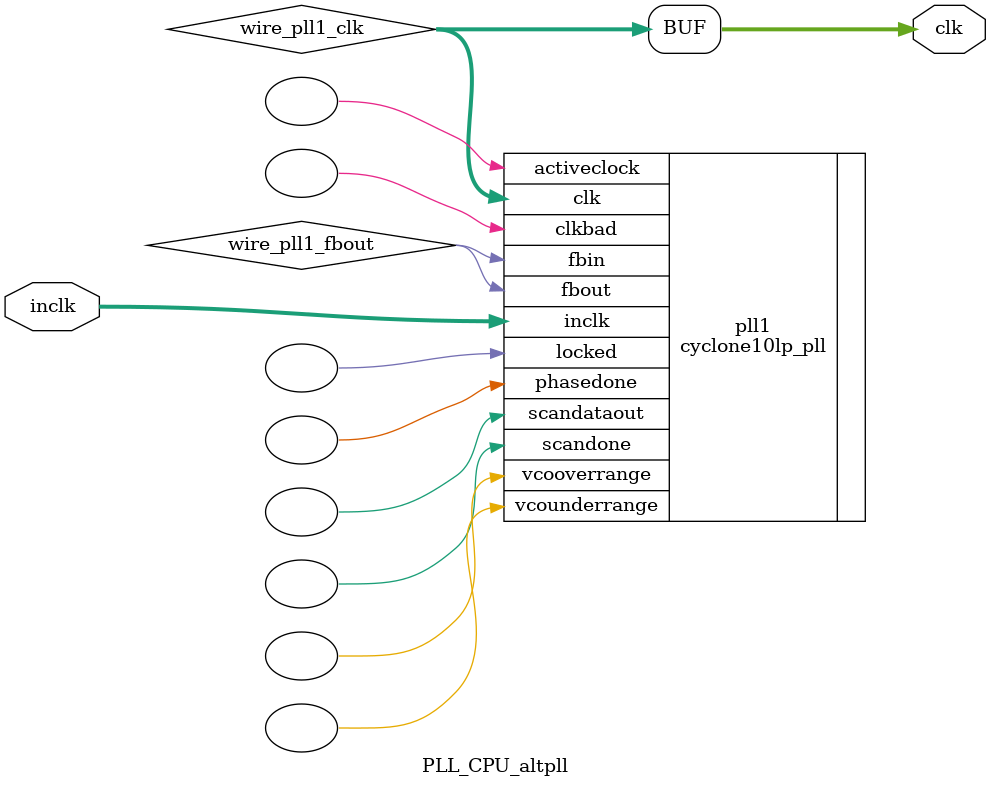
<source format=v>






//synthesis_resources = cyclone10lp_pll 1 
//synopsys translate_off
`timescale 1 ps / 1 ps
//synopsys translate_on
module  PLL_CPU_altpll
	( 
	clk,
	inclk) /* synthesis synthesis_clearbox=1 */;
	output   [4:0]  clk;
	input   [1:0]  inclk;
`ifndef ALTERA_RESERVED_QIS
// synopsys translate_off
`endif
	tri0   [1:0]  inclk;
`ifndef ALTERA_RESERVED_QIS
// synopsys translate_on
`endif

	wire  [4:0]   wire_pll1_clk;
	wire  wire_pll1_fbout;

	cyclone10lp_pll   pll1
	( 
	.activeclock(),
	.clk(wire_pll1_clk),
	.clkbad(),
	.fbin(wire_pll1_fbout),
	.fbout(wire_pll1_fbout),
	.inclk(inclk),
	.locked(),
	.phasedone(),
	.scandataout(),
	.scandone(),
	.vcooverrange(),
	.vcounderrange()
	`ifndef FORMAL_VERIFICATION
	// synopsys translate_off
	`endif
	,
	.areset(1'b0),
	.clkswitch(1'b0),
	.configupdate(1'b0),
	.pfdena(1'b1),
	.phasecounterselect({3{1'b0}}),
	.phasestep(1'b0),
	.phaseupdown(1'b0),
	.scanclk(1'b0),
	.scanclkena(1'b1),
	.scandata(1'b0)
	`ifndef FORMAL_VERIFICATION
	// synopsys translate_on
	`endif
	);
	defparam
		pll1.bandwidth_type = "auto",
		pll1.clk0_divide_by = 56,
		pll1.clk0_duty_cycle = 50,
		pll1.clk0_multiply_by = 1,
		pll1.clk0_phase_shift = "0",
		pll1.compensate_clock = "clk0",
		pll1.inclk0_input_frequency = 20000,
		pll1.operation_mode = "normal",
		pll1.pll_type = "auto",
		pll1.lpm_type = "cyclone10lp_pll";
	assign
		clk = {wire_pll1_clk[4:0]};
endmodule //PLL_CPU_altpll
//VALID FILE

</source>
